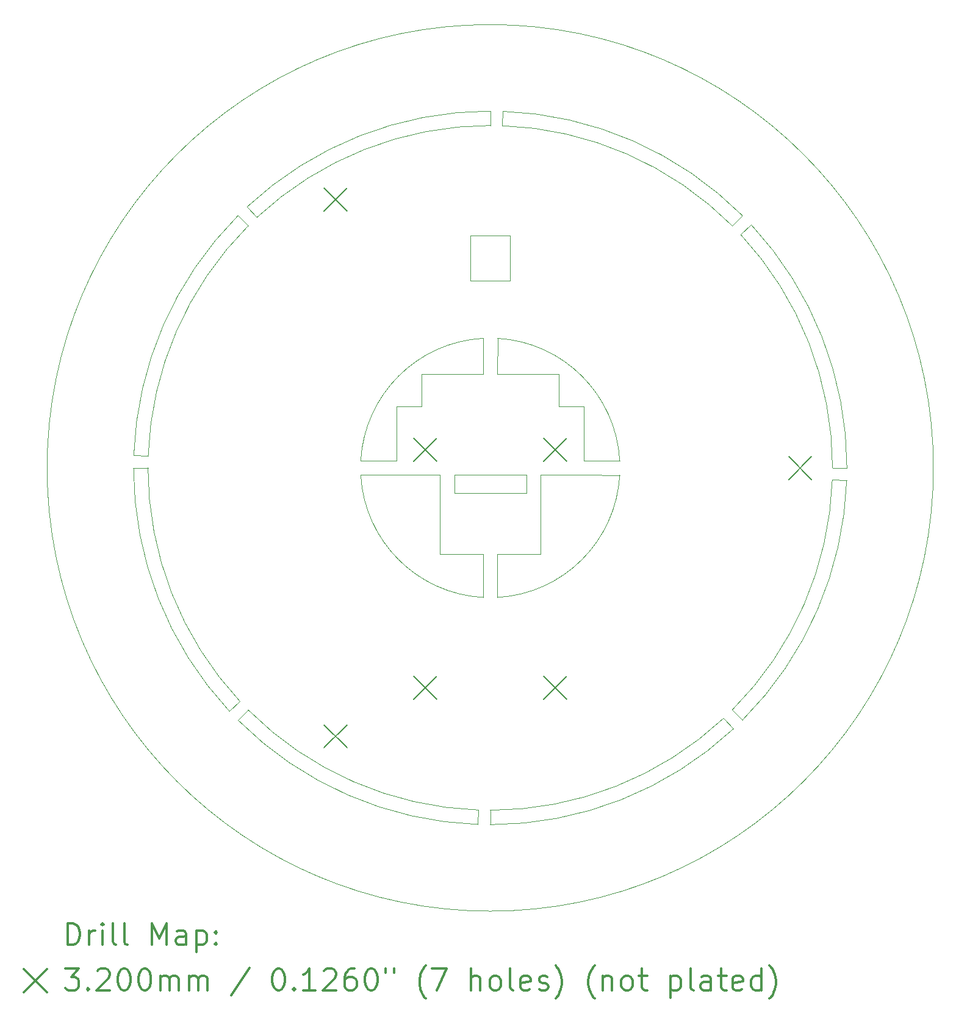
<source format=gbr>
%FSLAX45Y45*%
G04 Gerber Fmt 4.5, Leading zero omitted, Abs format (unit mm)*
G04 Created by KiCad (PCBNEW 5.1.10-88a1d61d58~88~ubuntu18.04.1) date 2021-07-16 18:04:01*
%MOMM*%
%LPD*%
G01*
G04 APERTURE LIST*
%TA.AperFunction,Profile*%
%ADD10C,0.050000*%
%TD*%
%ADD11C,0.200000*%
%ADD12C,0.300000*%
G04 APERTURE END LIST*
D10*
X9898946Y-11797135D02*
G75*
G02*
X8202800Y-10099900I101055J1797135D01*
G01*
X9900000Y-11550000D02*
X9898946Y-11797135D01*
X10099900Y-11797200D02*
X10100000Y-11550000D01*
X9725000Y-6775000D02*
X9725000Y-7400000D01*
X10275000Y-6775000D02*
X9725000Y-6775000D01*
X10275000Y-7400000D02*
X10275000Y-6775000D01*
X9725000Y-7400000D02*
X10275000Y-7400000D01*
X10500000Y-10100000D02*
X9500000Y-10100000D01*
X10500000Y-10350000D02*
X10500000Y-10100000D01*
X9500000Y-10350000D02*
X10500000Y-10350000D01*
X9500000Y-10100000D02*
X9500000Y-10350000D01*
X9300000Y-10100000D02*
X8700000Y-10100000D01*
X9300000Y-11200000D02*
X9300000Y-10100000D01*
X9900000Y-11200000D02*
X9300000Y-11200000D01*
X9900000Y-11550000D02*
X9900000Y-11200000D01*
X10700000Y-10100000D02*
X11300000Y-10100000D01*
X10700000Y-10400000D02*
X10700000Y-10100000D01*
X10700000Y-11200000D02*
X10700000Y-10400000D01*
X10100000Y-11200000D02*
X10700000Y-11200000D01*
X10100000Y-11550000D02*
X10100000Y-11200000D01*
X11300000Y-10100000D02*
X11797135Y-10101055D01*
X8202800Y-10099900D02*
X8700000Y-10100000D01*
X11797135Y-10101055D02*
G75*
G02*
X10099900Y-11797200I-1797135J101055D01*
G01*
X11300000Y-9900000D02*
X11797200Y-9900100D01*
X11300000Y-9150000D02*
X11300000Y-9900000D01*
X10101055Y-8202864D02*
X10100000Y-8700000D01*
X9900100Y-8202800D02*
X9900000Y-8700000D01*
X8700000Y-9900000D02*
X8700000Y-9150000D01*
X8202864Y-9898946D02*
X8700000Y-9900000D01*
X10101055Y-8202865D02*
G75*
G02*
X11797200Y-9900100I-101055J-1797135D01*
G01*
X10950000Y-9150000D02*
X11300000Y-9150000D01*
X10950000Y-8700000D02*
X10950000Y-9150000D01*
X10100000Y-8700000D02*
X10950000Y-8700000D01*
X9050000Y-8700000D02*
X9900000Y-8700000D01*
X9050000Y-9150000D02*
X9050000Y-8700000D01*
X8700000Y-9150000D02*
X9050000Y-9150000D01*
X8202865Y-9898946D02*
G75*
G02*
X9900100Y-8202800I1797135J-101055D01*
G01*
X13620201Y-6624108D02*
X13473930Y-6760508D01*
X13358757Y-6641243D02*
X13500179Y-6499821D01*
X14950000Y-10000000D02*
X14750000Y-10000000D01*
X14747106Y-10165773D02*
X14946985Y-10172753D01*
X13358757Y-13358757D02*
X13500179Y-13500179D01*
X13375892Y-13620201D02*
X13239492Y-13473930D01*
X10000000Y-14950000D02*
X10000000Y-14750000D01*
X9834227Y-14747106D02*
X9827248Y-14946985D01*
X6499821Y-13500179D02*
X6641243Y-13358757D01*
X6526070Y-13239492D02*
X6379799Y-13375892D01*
X5250000Y-10000000D02*
X5050000Y-10000000D01*
X5053015Y-9827248D02*
X5252894Y-9834227D01*
X6641243Y-6641243D02*
X6499821Y-6499821D01*
X6760508Y-6526070D02*
X6624108Y-6379799D01*
X10000000Y-5050000D02*
X10000000Y-5250000D01*
X10172753Y-5053015D02*
X10165773Y-5252894D01*
X5053015Y-9827248D02*
G75*
G02*
X6499821Y-6499821I4946985J-172753D01*
G01*
X6379799Y-13375892D02*
G75*
G02*
X5050000Y-10000000I3620201J3375892D01*
G01*
X9827248Y-14946985D02*
G75*
G02*
X6499821Y-13500179I172753J4946985D01*
G01*
X13375892Y-13620201D02*
G75*
G02*
X10000000Y-14950000I-3375892J3620201D01*
G01*
X14946985Y-10172753D02*
G75*
G02*
X13500179Y-13500179I-4946985J172753D01*
G01*
X10172753Y-5053015D02*
G75*
G02*
X13500179Y-6499821I-172753J-4946985D01*
G01*
X13620201Y-6624108D02*
G75*
G02*
X14950000Y-10000000I-3620201J-3375892D01*
G01*
X6624108Y-6379799D02*
G75*
G02*
X10000000Y-5050000I3375892J-3620201D01*
G01*
X10165773Y-5252894D02*
G75*
G02*
X13358757Y-6641243I-165773J-4747106D01*
G01*
X14747106Y-10165773D02*
G75*
G02*
X13358757Y-13358757I-4747106J165773D01*
G01*
X9834227Y-14747106D02*
G75*
G02*
X6641243Y-13358757I165773J4747106D01*
G01*
X5252894Y-9834227D02*
G75*
G02*
X6641243Y-6641243I4747106J-165773D01*
G01*
X13473930Y-6760508D02*
G75*
G02*
X14750000Y-10000000I-3473930J-3239492D01*
G01*
X13239492Y-13473930D02*
G75*
G02*
X10000000Y-14750000I-3239492J3473930D01*
G01*
X6526070Y-13239492D02*
G75*
G02*
X5250000Y-10000000I3473930J3239492D01*
G01*
X6760508Y-6526070D02*
G75*
G02*
X10000000Y-5250000I3239492J-3473930D01*
G01*
X16150000Y-10000000D02*
G75*
G03*
X16150000Y-10000000I-6150000J0D01*
G01*
D11*
X7690000Y-6116100D02*
X8010000Y-6436100D01*
X8010000Y-6116100D02*
X7690000Y-6436100D01*
X7690000Y-13563900D02*
X8010000Y-13883900D01*
X8010000Y-13563900D02*
X7690000Y-13883900D01*
X8940000Y-9590000D02*
X9260000Y-9910000D01*
X9260000Y-9590000D02*
X8940000Y-9910000D01*
X8940000Y-12890000D02*
X9260000Y-13210000D01*
X9260000Y-12890000D02*
X8940000Y-13210000D01*
X10740000Y-9590000D02*
X11060000Y-9910000D01*
X11060000Y-9590000D02*
X10740000Y-9910000D01*
X10740000Y-12890000D02*
X11060000Y-13210000D01*
X11060000Y-12890000D02*
X10740000Y-13210000D01*
X14140000Y-9840000D02*
X14460000Y-10160000D01*
X14460000Y-9840000D02*
X14140000Y-10160000D01*
D12*
X4133928Y-16618214D02*
X4133928Y-16318214D01*
X4205357Y-16318214D01*
X4248214Y-16332500D01*
X4276786Y-16361071D01*
X4291071Y-16389643D01*
X4305357Y-16446786D01*
X4305357Y-16489643D01*
X4291071Y-16546786D01*
X4276786Y-16575357D01*
X4248214Y-16603929D01*
X4205357Y-16618214D01*
X4133928Y-16618214D01*
X4433928Y-16618214D02*
X4433928Y-16418214D01*
X4433928Y-16475357D02*
X4448214Y-16446786D01*
X4462500Y-16432500D01*
X4491071Y-16418214D01*
X4519643Y-16418214D01*
X4619643Y-16618214D02*
X4619643Y-16418214D01*
X4619643Y-16318214D02*
X4605357Y-16332500D01*
X4619643Y-16346786D01*
X4633928Y-16332500D01*
X4619643Y-16318214D01*
X4619643Y-16346786D01*
X4805357Y-16618214D02*
X4776786Y-16603929D01*
X4762500Y-16575357D01*
X4762500Y-16318214D01*
X4962500Y-16618214D02*
X4933928Y-16603929D01*
X4919643Y-16575357D01*
X4919643Y-16318214D01*
X5305357Y-16618214D02*
X5305357Y-16318214D01*
X5405357Y-16532500D01*
X5505357Y-16318214D01*
X5505357Y-16618214D01*
X5776786Y-16618214D02*
X5776786Y-16461071D01*
X5762500Y-16432500D01*
X5733928Y-16418214D01*
X5676786Y-16418214D01*
X5648214Y-16432500D01*
X5776786Y-16603929D02*
X5748214Y-16618214D01*
X5676786Y-16618214D01*
X5648214Y-16603929D01*
X5633928Y-16575357D01*
X5633928Y-16546786D01*
X5648214Y-16518214D01*
X5676786Y-16503929D01*
X5748214Y-16503929D01*
X5776786Y-16489643D01*
X5919643Y-16418214D02*
X5919643Y-16718214D01*
X5919643Y-16432500D02*
X5948214Y-16418214D01*
X6005357Y-16418214D01*
X6033928Y-16432500D01*
X6048214Y-16446786D01*
X6062500Y-16475357D01*
X6062500Y-16561071D01*
X6048214Y-16589643D01*
X6033928Y-16603929D01*
X6005357Y-16618214D01*
X5948214Y-16618214D01*
X5919643Y-16603929D01*
X6191071Y-16589643D02*
X6205357Y-16603929D01*
X6191071Y-16618214D01*
X6176786Y-16603929D01*
X6191071Y-16589643D01*
X6191071Y-16618214D01*
X6191071Y-16432500D02*
X6205357Y-16446786D01*
X6191071Y-16461071D01*
X6176786Y-16446786D01*
X6191071Y-16432500D01*
X6191071Y-16461071D01*
X3527500Y-16952500D02*
X3847500Y-17272500D01*
X3847500Y-16952500D02*
X3527500Y-17272500D01*
X4105357Y-16948214D02*
X4291071Y-16948214D01*
X4191071Y-17062500D01*
X4233928Y-17062500D01*
X4262500Y-17076786D01*
X4276786Y-17091072D01*
X4291071Y-17119643D01*
X4291071Y-17191072D01*
X4276786Y-17219643D01*
X4262500Y-17233929D01*
X4233928Y-17248214D01*
X4148214Y-17248214D01*
X4119643Y-17233929D01*
X4105357Y-17219643D01*
X4419643Y-17219643D02*
X4433928Y-17233929D01*
X4419643Y-17248214D01*
X4405357Y-17233929D01*
X4419643Y-17219643D01*
X4419643Y-17248214D01*
X4548214Y-16976786D02*
X4562500Y-16962500D01*
X4591071Y-16948214D01*
X4662500Y-16948214D01*
X4691071Y-16962500D01*
X4705357Y-16976786D01*
X4719643Y-17005357D01*
X4719643Y-17033929D01*
X4705357Y-17076786D01*
X4533928Y-17248214D01*
X4719643Y-17248214D01*
X4905357Y-16948214D02*
X4933928Y-16948214D01*
X4962500Y-16962500D01*
X4976786Y-16976786D01*
X4991071Y-17005357D01*
X5005357Y-17062500D01*
X5005357Y-17133929D01*
X4991071Y-17191072D01*
X4976786Y-17219643D01*
X4962500Y-17233929D01*
X4933928Y-17248214D01*
X4905357Y-17248214D01*
X4876786Y-17233929D01*
X4862500Y-17219643D01*
X4848214Y-17191072D01*
X4833928Y-17133929D01*
X4833928Y-17062500D01*
X4848214Y-17005357D01*
X4862500Y-16976786D01*
X4876786Y-16962500D01*
X4905357Y-16948214D01*
X5191071Y-16948214D02*
X5219643Y-16948214D01*
X5248214Y-16962500D01*
X5262500Y-16976786D01*
X5276786Y-17005357D01*
X5291071Y-17062500D01*
X5291071Y-17133929D01*
X5276786Y-17191072D01*
X5262500Y-17219643D01*
X5248214Y-17233929D01*
X5219643Y-17248214D01*
X5191071Y-17248214D01*
X5162500Y-17233929D01*
X5148214Y-17219643D01*
X5133928Y-17191072D01*
X5119643Y-17133929D01*
X5119643Y-17062500D01*
X5133928Y-17005357D01*
X5148214Y-16976786D01*
X5162500Y-16962500D01*
X5191071Y-16948214D01*
X5419643Y-17248214D02*
X5419643Y-17048214D01*
X5419643Y-17076786D02*
X5433928Y-17062500D01*
X5462500Y-17048214D01*
X5505357Y-17048214D01*
X5533928Y-17062500D01*
X5548214Y-17091072D01*
X5548214Y-17248214D01*
X5548214Y-17091072D02*
X5562500Y-17062500D01*
X5591071Y-17048214D01*
X5633928Y-17048214D01*
X5662500Y-17062500D01*
X5676786Y-17091072D01*
X5676786Y-17248214D01*
X5819643Y-17248214D02*
X5819643Y-17048214D01*
X5819643Y-17076786D02*
X5833928Y-17062500D01*
X5862500Y-17048214D01*
X5905357Y-17048214D01*
X5933928Y-17062500D01*
X5948214Y-17091072D01*
X5948214Y-17248214D01*
X5948214Y-17091072D02*
X5962500Y-17062500D01*
X5991071Y-17048214D01*
X6033928Y-17048214D01*
X6062500Y-17062500D01*
X6076786Y-17091072D01*
X6076786Y-17248214D01*
X6662500Y-16933929D02*
X6405357Y-17319643D01*
X7048214Y-16948214D02*
X7076786Y-16948214D01*
X7105357Y-16962500D01*
X7119643Y-16976786D01*
X7133928Y-17005357D01*
X7148214Y-17062500D01*
X7148214Y-17133929D01*
X7133928Y-17191072D01*
X7119643Y-17219643D01*
X7105357Y-17233929D01*
X7076786Y-17248214D01*
X7048214Y-17248214D01*
X7019643Y-17233929D01*
X7005357Y-17219643D01*
X6991071Y-17191072D01*
X6976786Y-17133929D01*
X6976786Y-17062500D01*
X6991071Y-17005357D01*
X7005357Y-16976786D01*
X7019643Y-16962500D01*
X7048214Y-16948214D01*
X7276786Y-17219643D02*
X7291071Y-17233929D01*
X7276786Y-17248214D01*
X7262500Y-17233929D01*
X7276786Y-17219643D01*
X7276786Y-17248214D01*
X7576786Y-17248214D02*
X7405357Y-17248214D01*
X7491071Y-17248214D02*
X7491071Y-16948214D01*
X7462500Y-16991072D01*
X7433928Y-17019643D01*
X7405357Y-17033929D01*
X7691071Y-16976786D02*
X7705357Y-16962500D01*
X7733928Y-16948214D01*
X7805357Y-16948214D01*
X7833928Y-16962500D01*
X7848214Y-16976786D01*
X7862500Y-17005357D01*
X7862500Y-17033929D01*
X7848214Y-17076786D01*
X7676786Y-17248214D01*
X7862500Y-17248214D01*
X8119643Y-16948214D02*
X8062500Y-16948214D01*
X8033928Y-16962500D01*
X8019643Y-16976786D01*
X7991071Y-17019643D01*
X7976786Y-17076786D01*
X7976786Y-17191072D01*
X7991071Y-17219643D01*
X8005357Y-17233929D01*
X8033928Y-17248214D01*
X8091071Y-17248214D01*
X8119643Y-17233929D01*
X8133928Y-17219643D01*
X8148214Y-17191072D01*
X8148214Y-17119643D01*
X8133928Y-17091072D01*
X8119643Y-17076786D01*
X8091071Y-17062500D01*
X8033928Y-17062500D01*
X8005357Y-17076786D01*
X7991071Y-17091072D01*
X7976786Y-17119643D01*
X8333928Y-16948214D02*
X8362500Y-16948214D01*
X8391071Y-16962500D01*
X8405357Y-16976786D01*
X8419643Y-17005357D01*
X8433928Y-17062500D01*
X8433928Y-17133929D01*
X8419643Y-17191072D01*
X8405357Y-17219643D01*
X8391071Y-17233929D01*
X8362500Y-17248214D01*
X8333928Y-17248214D01*
X8305357Y-17233929D01*
X8291071Y-17219643D01*
X8276786Y-17191072D01*
X8262500Y-17133929D01*
X8262500Y-17062500D01*
X8276786Y-17005357D01*
X8291071Y-16976786D01*
X8305357Y-16962500D01*
X8333928Y-16948214D01*
X8548214Y-16948214D02*
X8548214Y-17005357D01*
X8662500Y-16948214D02*
X8662500Y-17005357D01*
X9105357Y-17362500D02*
X9091071Y-17348214D01*
X9062500Y-17305357D01*
X9048214Y-17276786D01*
X9033928Y-17233929D01*
X9019643Y-17162500D01*
X9019643Y-17105357D01*
X9033928Y-17033929D01*
X9048214Y-16991072D01*
X9062500Y-16962500D01*
X9091071Y-16919643D01*
X9105357Y-16905357D01*
X9191071Y-16948214D02*
X9391071Y-16948214D01*
X9262500Y-17248214D01*
X9733928Y-17248214D02*
X9733928Y-16948214D01*
X9862500Y-17248214D02*
X9862500Y-17091072D01*
X9848214Y-17062500D01*
X9819643Y-17048214D01*
X9776786Y-17048214D01*
X9748214Y-17062500D01*
X9733928Y-17076786D01*
X10048214Y-17248214D02*
X10019643Y-17233929D01*
X10005357Y-17219643D01*
X9991071Y-17191072D01*
X9991071Y-17105357D01*
X10005357Y-17076786D01*
X10019643Y-17062500D01*
X10048214Y-17048214D01*
X10091071Y-17048214D01*
X10119643Y-17062500D01*
X10133928Y-17076786D01*
X10148214Y-17105357D01*
X10148214Y-17191072D01*
X10133928Y-17219643D01*
X10119643Y-17233929D01*
X10091071Y-17248214D01*
X10048214Y-17248214D01*
X10319643Y-17248214D02*
X10291071Y-17233929D01*
X10276786Y-17205357D01*
X10276786Y-16948214D01*
X10548214Y-17233929D02*
X10519643Y-17248214D01*
X10462500Y-17248214D01*
X10433928Y-17233929D01*
X10419643Y-17205357D01*
X10419643Y-17091072D01*
X10433928Y-17062500D01*
X10462500Y-17048214D01*
X10519643Y-17048214D01*
X10548214Y-17062500D01*
X10562500Y-17091072D01*
X10562500Y-17119643D01*
X10419643Y-17148214D01*
X10676786Y-17233929D02*
X10705357Y-17248214D01*
X10762500Y-17248214D01*
X10791071Y-17233929D01*
X10805357Y-17205357D01*
X10805357Y-17191072D01*
X10791071Y-17162500D01*
X10762500Y-17148214D01*
X10719643Y-17148214D01*
X10691071Y-17133929D01*
X10676786Y-17105357D01*
X10676786Y-17091072D01*
X10691071Y-17062500D01*
X10719643Y-17048214D01*
X10762500Y-17048214D01*
X10791071Y-17062500D01*
X10905357Y-17362500D02*
X10919643Y-17348214D01*
X10948214Y-17305357D01*
X10962500Y-17276786D01*
X10976786Y-17233929D01*
X10991071Y-17162500D01*
X10991071Y-17105357D01*
X10976786Y-17033929D01*
X10962500Y-16991072D01*
X10948214Y-16962500D01*
X10919643Y-16919643D01*
X10905357Y-16905357D01*
X11448214Y-17362500D02*
X11433928Y-17348214D01*
X11405357Y-17305357D01*
X11391071Y-17276786D01*
X11376786Y-17233929D01*
X11362500Y-17162500D01*
X11362500Y-17105357D01*
X11376786Y-17033929D01*
X11391071Y-16991072D01*
X11405357Y-16962500D01*
X11433928Y-16919643D01*
X11448214Y-16905357D01*
X11562500Y-17048214D02*
X11562500Y-17248214D01*
X11562500Y-17076786D02*
X11576786Y-17062500D01*
X11605357Y-17048214D01*
X11648214Y-17048214D01*
X11676786Y-17062500D01*
X11691071Y-17091072D01*
X11691071Y-17248214D01*
X11876786Y-17248214D02*
X11848214Y-17233929D01*
X11833928Y-17219643D01*
X11819643Y-17191072D01*
X11819643Y-17105357D01*
X11833928Y-17076786D01*
X11848214Y-17062500D01*
X11876786Y-17048214D01*
X11919643Y-17048214D01*
X11948214Y-17062500D01*
X11962500Y-17076786D01*
X11976786Y-17105357D01*
X11976786Y-17191072D01*
X11962500Y-17219643D01*
X11948214Y-17233929D01*
X11919643Y-17248214D01*
X11876786Y-17248214D01*
X12062500Y-17048214D02*
X12176786Y-17048214D01*
X12105357Y-16948214D02*
X12105357Y-17205357D01*
X12119643Y-17233929D01*
X12148214Y-17248214D01*
X12176786Y-17248214D01*
X12505357Y-17048214D02*
X12505357Y-17348214D01*
X12505357Y-17062500D02*
X12533928Y-17048214D01*
X12591071Y-17048214D01*
X12619643Y-17062500D01*
X12633928Y-17076786D01*
X12648214Y-17105357D01*
X12648214Y-17191072D01*
X12633928Y-17219643D01*
X12619643Y-17233929D01*
X12591071Y-17248214D01*
X12533928Y-17248214D01*
X12505357Y-17233929D01*
X12819643Y-17248214D02*
X12791071Y-17233929D01*
X12776786Y-17205357D01*
X12776786Y-16948214D01*
X13062500Y-17248214D02*
X13062500Y-17091072D01*
X13048214Y-17062500D01*
X13019643Y-17048214D01*
X12962500Y-17048214D01*
X12933928Y-17062500D01*
X13062500Y-17233929D02*
X13033928Y-17248214D01*
X12962500Y-17248214D01*
X12933928Y-17233929D01*
X12919643Y-17205357D01*
X12919643Y-17176786D01*
X12933928Y-17148214D01*
X12962500Y-17133929D01*
X13033928Y-17133929D01*
X13062500Y-17119643D01*
X13162500Y-17048214D02*
X13276786Y-17048214D01*
X13205357Y-16948214D02*
X13205357Y-17205357D01*
X13219643Y-17233929D01*
X13248214Y-17248214D01*
X13276786Y-17248214D01*
X13491071Y-17233929D02*
X13462500Y-17248214D01*
X13405357Y-17248214D01*
X13376786Y-17233929D01*
X13362500Y-17205357D01*
X13362500Y-17091072D01*
X13376786Y-17062500D01*
X13405357Y-17048214D01*
X13462500Y-17048214D01*
X13491071Y-17062500D01*
X13505357Y-17091072D01*
X13505357Y-17119643D01*
X13362500Y-17148214D01*
X13762500Y-17248214D02*
X13762500Y-16948214D01*
X13762500Y-17233929D02*
X13733928Y-17248214D01*
X13676786Y-17248214D01*
X13648214Y-17233929D01*
X13633928Y-17219643D01*
X13619643Y-17191072D01*
X13619643Y-17105357D01*
X13633928Y-17076786D01*
X13648214Y-17062500D01*
X13676786Y-17048214D01*
X13733928Y-17048214D01*
X13762500Y-17062500D01*
X13876786Y-17362500D02*
X13891071Y-17348214D01*
X13919643Y-17305357D01*
X13933928Y-17276786D01*
X13948214Y-17233929D01*
X13962500Y-17162500D01*
X13962500Y-17105357D01*
X13948214Y-17033929D01*
X13933928Y-16991072D01*
X13919643Y-16962500D01*
X13891071Y-16919643D01*
X13876786Y-16905357D01*
M02*

</source>
